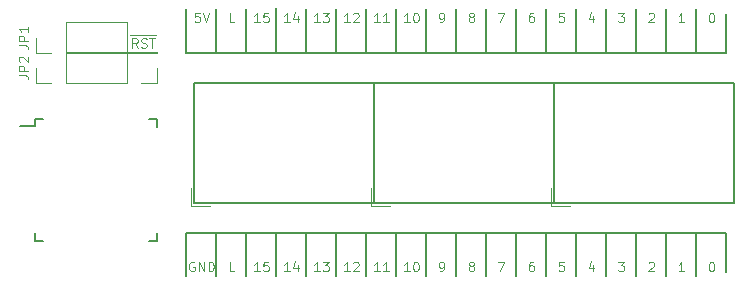
<source format=gbr>
G04 #@! TF.GenerationSoftware,KiCad,Pcbnew,(5.0.0)*
G04 #@! TF.CreationDate,2019-08-21T13:25:49-04:00*
G04 #@! TF.ProjectId,7segment,377365676D656E742E6B696361645F70,B*
G04 #@! TF.SameCoordinates,Original*
G04 #@! TF.FileFunction,Legend,Top*
G04 #@! TF.FilePolarity,Positive*
%FSLAX46Y46*%
G04 Gerber Fmt 4.6, Leading zero omitted, Abs format (unit mm)*
G04 Created by KiCad (PCBNEW (5.0.0)) date 08/21/19 13:25:49*
%MOMM*%
%LPD*%
G01*
G04 APERTURE LIST*
%ADD10C,0.200000*%
%ADD11C,0.100000*%
%ADD12C,0.120000*%
%ADD13C,0.150000*%
G04 APERTURE END LIST*
D10*
X57785000Y-58293000D02*
X57785000Y-54610000D01*
X60325000Y-58293000D02*
X60325000Y-54610000D01*
X62865000Y-58293000D02*
X62865000Y-54610000D01*
X65405000Y-58293000D02*
X65405000Y-54610000D01*
X67945000Y-58293000D02*
X67945000Y-54610000D01*
X70485000Y-58293000D02*
X70485000Y-54610000D01*
X73025000Y-58293000D02*
X73025000Y-54610000D01*
X75565000Y-58293000D02*
X75565000Y-54610000D01*
X78105000Y-58293000D02*
X78105000Y-54610000D01*
X80645000Y-58293000D02*
X80645000Y-54610000D01*
X83185000Y-58293000D02*
X83185000Y-54610000D01*
X85725000Y-58293000D02*
X85725000Y-54610000D01*
X88265000Y-58293000D02*
X88265000Y-54610000D01*
X90805000Y-58293000D02*
X90805000Y-54610000D01*
X93345000Y-58293000D02*
X93345000Y-54610000D01*
X95885000Y-58293000D02*
X95885000Y-54610000D01*
X98425000Y-58293000D02*
X98425000Y-54610000D01*
X100965000Y-54610000D02*
X100965000Y-57912000D01*
X55245000Y-54610000D02*
X100965000Y-54610000D01*
X55245000Y-58293000D02*
X55245000Y-54610000D01*
X57785000Y-39370000D02*
X57785000Y-35687000D01*
X60325000Y-39370000D02*
X60325000Y-35687000D01*
X62865000Y-39370000D02*
X62865000Y-35560000D01*
X65405000Y-39370000D02*
X65405000Y-35687000D01*
X67945000Y-39370000D02*
X67945000Y-35687000D01*
X70485000Y-39370000D02*
X70485000Y-35687000D01*
X73025000Y-39370000D02*
X73025000Y-35687000D01*
X75565000Y-39370000D02*
X75565000Y-35687000D01*
X78105000Y-39370000D02*
X78105000Y-35687000D01*
X80645000Y-39370000D02*
X80645000Y-35687000D01*
X83185000Y-39370000D02*
X83185000Y-35687000D01*
X85725000Y-39370000D02*
X85725000Y-35687000D01*
X88265000Y-39370000D02*
X88265000Y-35687000D01*
X90805000Y-39370000D02*
X90805000Y-35687000D01*
X93345000Y-39370000D02*
X93345000Y-35687000D01*
X95885000Y-39370000D02*
X95885000Y-35687000D01*
X98425000Y-39370000D02*
X98425000Y-35687000D01*
X100965000Y-39370000D02*
X100965000Y-36068000D01*
X55245000Y-39370000D02*
X100965000Y-39370000D01*
X55245000Y-35687000D02*
X55245000Y-39370000D01*
D11*
X59302619Y-36810904D02*
X58921666Y-36810904D01*
X58921666Y-36010904D01*
X59302619Y-57892904D02*
X58921666Y-57892904D01*
X58921666Y-57092904D01*
X74142619Y-36810904D02*
X73685476Y-36810904D01*
X73914047Y-36810904D02*
X73914047Y-36010904D01*
X73837857Y-36125190D01*
X73761666Y-36201380D01*
X73685476Y-36239476D01*
X74637857Y-36010904D02*
X74714047Y-36010904D01*
X74790238Y-36049000D01*
X74828333Y-36087095D01*
X74866428Y-36163285D01*
X74904523Y-36315666D01*
X74904523Y-36506142D01*
X74866428Y-36658523D01*
X74828333Y-36734714D01*
X74790238Y-36772809D01*
X74714047Y-36810904D01*
X74637857Y-36810904D01*
X74561666Y-36772809D01*
X74523571Y-36734714D01*
X74485476Y-36658523D01*
X74447380Y-36506142D01*
X74447380Y-36315666D01*
X74485476Y-36163285D01*
X74523571Y-36087095D01*
X74561666Y-36049000D01*
X74637857Y-36010904D01*
X76682619Y-36810904D02*
X76835000Y-36810904D01*
X76911190Y-36772809D01*
X76949285Y-36734714D01*
X77025476Y-36620428D01*
X77063571Y-36468047D01*
X77063571Y-36163285D01*
X77025476Y-36087095D01*
X76987380Y-36049000D01*
X76911190Y-36010904D01*
X76758809Y-36010904D01*
X76682619Y-36049000D01*
X76644523Y-36087095D01*
X76606428Y-36163285D01*
X76606428Y-36353761D01*
X76644523Y-36429952D01*
X76682619Y-36468047D01*
X76758809Y-36506142D01*
X76911190Y-36506142D01*
X76987380Y-36468047D01*
X77025476Y-36429952D01*
X77063571Y-36353761D01*
X63982619Y-36810904D02*
X63525476Y-36810904D01*
X63754047Y-36810904D02*
X63754047Y-36010904D01*
X63677857Y-36125190D01*
X63601666Y-36201380D01*
X63525476Y-36239476D01*
X64668333Y-36277571D02*
X64668333Y-36810904D01*
X64477857Y-35972809D02*
X64287380Y-36544238D01*
X64782619Y-36544238D01*
X71602619Y-36810904D02*
X71145476Y-36810904D01*
X71374047Y-36810904D02*
X71374047Y-36010904D01*
X71297857Y-36125190D01*
X71221666Y-36201380D01*
X71145476Y-36239476D01*
X72364523Y-36810904D02*
X71907380Y-36810904D01*
X72135952Y-36810904D02*
X72135952Y-36010904D01*
X72059761Y-36125190D01*
X71983571Y-36201380D01*
X71907380Y-36239476D01*
X61442619Y-36810904D02*
X60985476Y-36810904D01*
X61214047Y-36810904D02*
X61214047Y-36010904D01*
X61137857Y-36125190D01*
X61061666Y-36201380D01*
X60985476Y-36239476D01*
X62166428Y-36010904D02*
X61785476Y-36010904D01*
X61747380Y-36391857D01*
X61785476Y-36353761D01*
X61861666Y-36315666D01*
X62052142Y-36315666D01*
X62128333Y-36353761D01*
X62166428Y-36391857D01*
X62204523Y-36468047D01*
X62204523Y-36658523D01*
X62166428Y-36734714D01*
X62128333Y-36772809D01*
X62052142Y-36810904D01*
X61861666Y-36810904D01*
X61785476Y-36772809D01*
X61747380Y-36734714D01*
X79298809Y-36353761D02*
X79222619Y-36315666D01*
X79184523Y-36277571D01*
X79146428Y-36201380D01*
X79146428Y-36163285D01*
X79184523Y-36087095D01*
X79222619Y-36049000D01*
X79298809Y-36010904D01*
X79451190Y-36010904D01*
X79527380Y-36049000D01*
X79565476Y-36087095D01*
X79603571Y-36163285D01*
X79603571Y-36201380D01*
X79565476Y-36277571D01*
X79527380Y-36315666D01*
X79451190Y-36353761D01*
X79298809Y-36353761D01*
X79222619Y-36391857D01*
X79184523Y-36429952D01*
X79146428Y-36506142D01*
X79146428Y-36658523D01*
X79184523Y-36734714D01*
X79222619Y-36772809D01*
X79298809Y-36810904D01*
X79451190Y-36810904D01*
X79527380Y-36772809D01*
X79565476Y-36734714D01*
X79603571Y-36658523D01*
X79603571Y-36506142D01*
X79565476Y-36429952D01*
X79527380Y-36391857D01*
X79451190Y-36353761D01*
X66522619Y-36810904D02*
X66065476Y-36810904D01*
X66294047Y-36810904D02*
X66294047Y-36010904D01*
X66217857Y-36125190D01*
X66141666Y-36201380D01*
X66065476Y-36239476D01*
X66789285Y-36010904D02*
X67284523Y-36010904D01*
X67017857Y-36315666D01*
X67132142Y-36315666D01*
X67208333Y-36353761D01*
X67246428Y-36391857D01*
X67284523Y-36468047D01*
X67284523Y-36658523D01*
X67246428Y-36734714D01*
X67208333Y-36772809D01*
X67132142Y-36810904D01*
X66903571Y-36810904D01*
X66827380Y-36772809D01*
X66789285Y-36734714D01*
X69062619Y-36810904D02*
X68605476Y-36810904D01*
X68834047Y-36810904D02*
X68834047Y-36010904D01*
X68757857Y-36125190D01*
X68681666Y-36201380D01*
X68605476Y-36239476D01*
X69367380Y-36087095D02*
X69405476Y-36049000D01*
X69481666Y-36010904D01*
X69672142Y-36010904D01*
X69748333Y-36049000D01*
X69786428Y-36087095D01*
X69824523Y-36163285D01*
X69824523Y-36239476D01*
X69786428Y-36353761D01*
X69329285Y-36810904D01*
X69824523Y-36810904D01*
X84607380Y-36010904D02*
X84455000Y-36010904D01*
X84378809Y-36049000D01*
X84340714Y-36087095D01*
X84264523Y-36201380D01*
X84226428Y-36353761D01*
X84226428Y-36658523D01*
X84264523Y-36734714D01*
X84302619Y-36772809D01*
X84378809Y-36810904D01*
X84531190Y-36810904D01*
X84607380Y-36772809D01*
X84645476Y-36734714D01*
X84683571Y-36658523D01*
X84683571Y-36468047D01*
X84645476Y-36391857D01*
X84607380Y-36353761D01*
X84531190Y-36315666D01*
X84378809Y-36315666D01*
X84302619Y-36353761D01*
X84264523Y-36391857D01*
X84226428Y-36468047D01*
X94386428Y-36087095D02*
X94424523Y-36049000D01*
X94500714Y-36010904D01*
X94691190Y-36010904D01*
X94767380Y-36049000D01*
X94805476Y-36087095D01*
X94843571Y-36163285D01*
X94843571Y-36239476D01*
X94805476Y-36353761D01*
X94348333Y-36810904D01*
X94843571Y-36810904D01*
X99656904Y-36010904D02*
X99733095Y-36010904D01*
X99809285Y-36049000D01*
X99847380Y-36087095D01*
X99885476Y-36163285D01*
X99923571Y-36315666D01*
X99923571Y-36506142D01*
X99885476Y-36658523D01*
X99847380Y-36734714D01*
X99809285Y-36772809D01*
X99733095Y-36810904D01*
X99656904Y-36810904D01*
X99580714Y-36772809D01*
X99542619Y-36734714D01*
X99504523Y-36658523D01*
X99466428Y-36506142D01*
X99466428Y-36315666D01*
X99504523Y-36163285D01*
X99542619Y-36087095D01*
X99580714Y-36049000D01*
X99656904Y-36010904D01*
X87185476Y-36010904D02*
X86804523Y-36010904D01*
X86766428Y-36391857D01*
X86804523Y-36353761D01*
X86880714Y-36315666D01*
X87071190Y-36315666D01*
X87147380Y-36353761D01*
X87185476Y-36391857D01*
X87223571Y-36468047D01*
X87223571Y-36658523D01*
X87185476Y-36734714D01*
X87147380Y-36772809D01*
X87071190Y-36810904D01*
X86880714Y-36810904D01*
X86804523Y-36772809D01*
X86766428Y-36734714D01*
X81648333Y-36010904D02*
X82181666Y-36010904D01*
X81838809Y-36810904D01*
X97383571Y-36810904D02*
X96926428Y-36810904D01*
X97155000Y-36810904D02*
X97155000Y-36010904D01*
X97078809Y-36125190D01*
X97002619Y-36201380D01*
X96926428Y-36239476D01*
X91808333Y-36010904D02*
X92303571Y-36010904D01*
X92036904Y-36315666D01*
X92151190Y-36315666D01*
X92227380Y-36353761D01*
X92265476Y-36391857D01*
X92303571Y-36468047D01*
X92303571Y-36658523D01*
X92265476Y-36734714D01*
X92227380Y-36772809D01*
X92151190Y-36810904D01*
X91922619Y-36810904D01*
X91846428Y-36772809D01*
X91808333Y-36734714D01*
X89687380Y-36277571D02*
X89687380Y-36810904D01*
X89496904Y-35972809D02*
X89306428Y-36544238D01*
X89801666Y-36544238D01*
X61442619Y-57892904D02*
X60985476Y-57892904D01*
X61214047Y-57892904D02*
X61214047Y-57092904D01*
X61137857Y-57207190D01*
X61061666Y-57283380D01*
X60985476Y-57321476D01*
X62166428Y-57092904D02*
X61785476Y-57092904D01*
X61747380Y-57473857D01*
X61785476Y-57435761D01*
X61861666Y-57397666D01*
X62052142Y-57397666D01*
X62128333Y-57435761D01*
X62166428Y-57473857D01*
X62204523Y-57550047D01*
X62204523Y-57740523D01*
X62166428Y-57816714D01*
X62128333Y-57854809D01*
X62052142Y-57892904D01*
X61861666Y-57892904D01*
X61785476Y-57854809D01*
X61747380Y-57816714D01*
X63982619Y-57892904D02*
X63525476Y-57892904D01*
X63754047Y-57892904D02*
X63754047Y-57092904D01*
X63677857Y-57207190D01*
X63601666Y-57283380D01*
X63525476Y-57321476D01*
X64668333Y-57359571D02*
X64668333Y-57892904D01*
X64477857Y-57054809D02*
X64287380Y-57626238D01*
X64782619Y-57626238D01*
X66522619Y-57892904D02*
X66065476Y-57892904D01*
X66294047Y-57892904D02*
X66294047Y-57092904D01*
X66217857Y-57207190D01*
X66141666Y-57283380D01*
X66065476Y-57321476D01*
X66789285Y-57092904D02*
X67284523Y-57092904D01*
X67017857Y-57397666D01*
X67132142Y-57397666D01*
X67208333Y-57435761D01*
X67246428Y-57473857D01*
X67284523Y-57550047D01*
X67284523Y-57740523D01*
X67246428Y-57816714D01*
X67208333Y-57854809D01*
X67132142Y-57892904D01*
X66903571Y-57892904D01*
X66827380Y-57854809D01*
X66789285Y-57816714D01*
X69062619Y-57892904D02*
X68605476Y-57892904D01*
X68834047Y-57892904D02*
X68834047Y-57092904D01*
X68757857Y-57207190D01*
X68681666Y-57283380D01*
X68605476Y-57321476D01*
X69367380Y-57169095D02*
X69405476Y-57131000D01*
X69481666Y-57092904D01*
X69672142Y-57092904D01*
X69748333Y-57131000D01*
X69786428Y-57169095D01*
X69824523Y-57245285D01*
X69824523Y-57321476D01*
X69786428Y-57435761D01*
X69329285Y-57892904D01*
X69824523Y-57892904D01*
X71602619Y-57892904D02*
X71145476Y-57892904D01*
X71374047Y-57892904D02*
X71374047Y-57092904D01*
X71297857Y-57207190D01*
X71221666Y-57283380D01*
X71145476Y-57321476D01*
X72364523Y-57892904D02*
X71907380Y-57892904D01*
X72135952Y-57892904D02*
X72135952Y-57092904D01*
X72059761Y-57207190D01*
X71983571Y-57283380D01*
X71907380Y-57321476D01*
X74142619Y-57892904D02*
X73685476Y-57892904D01*
X73914047Y-57892904D02*
X73914047Y-57092904D01*
X73837857Y-57207190D01*
X73761666Y-57283380D01*
X73685476Y-57321476D01*
X74637857Y-57092904D02*
X74714047Y-57092904D01*
X74790238Y-57131000D01*
X74828333Y-57169095D01*
X74866428Y-57245285D01*
X74904523Y-57397666D01*
X74904523Y-57588142D01*
X74866428Y-57740523D01*
X74828333Y-57816714D01*
X74790238Y-57854809D01*
X74714047Y-57892904D01*
X74637857Y-57892904D01*
X74561666Y-57854809D01*
X74523571Y-57816714D01*
X74485476Y-57740523D01*
X74447380Y-57588142D01*
X74447380Y-57397666D01*
X74485476Y-57245285D01*
X74523571Y-57169095D01*
X74561666Y-57131000D01*
X74637857Y-57092904D01*
X76682619Y-57892904D02*
X76835000Y-57892904D01*
X76911190Y-57854809D01*
X76949285Y-57816714D01*
X77025476Y-57702428D01*
X77063571Y-57550047D01*
X77063571Y-57245285D01*
X77025476Y-57169095D01*
X76987380Y-57131000D01*
X76911190Y-57092904D01*
X76758809Y-57092904D01*
X76682619Y-57131000D01*
X76644523Y-57169095D01*
X76606428Y-57245285D01*
X76606428Y-57435761D01*
X76644523Y-57511952D01*
X76682619Y-57550047D01*
X76758809Y-57588142D01*
X76911190Y-57588142D01*
X76987380Y-57550047D01*
X77025476Y-57511952D01*
X77063571Y-57435761D01*
X79298809Y-57435761D02*
X79222619Y-57397666D01*
X79184523Y-57359571D01*
X79146428Y-57283380D01*
X79146428Y-57245285D01*
X79184523Y-57169095D01*
X79222619Y-57131000D01*
X79298809Y-57092904D01*
X79451190Y-57092904D01*
X79527380Y-57131000D01*
X79565476Y-57169095D01*
X79603571Y-57245285D01*
X79603571Y-57283380D01*
X79565476Y-57359571D01*
X79527380Y-57397666D01*
X79451190Y-57435761D01*
X79298809Y-57435761D01*
X79222619Y-57473857D01*
X79184523Y-57511952D01*
X79146428Y-57588142D01*
X79146428Y-57740523D01*
X79184523Y-57816714D01*
X79222619Y-57854809D01*
X79298809Y-57892904D01*
X79451190Y-57892904D01*
X79527380Y-57854809D01*
X79565476Y-57816714D01*
X79603571Y-57740523D01*
X79603571Y-57588142D01*
X79565476Y-57511952D01*
X79527380Y-57473857D01*
X79451190Y-57435761D01*
D12*
X50476285Y-37876000D02*
X51276285Y-37876000D01*
X51123904Y-38969904D02*
X50857238Y-38588952D01*
X50666761Y-38969904D02*
X50666761Y-38169904D01*
X50971523Y-38169904D01*
X51047714Y-38208000D01*
X51085809Y-38246095D01*
X51123904Y-38322285D01*
X51123904Y-38436571D01*
X51085809Y-38512761D01*
X51047714Y-38550857D01*
X50971523Y-38588952D01*
X50666761Y-38588952D01*
X51276285Y-37876000D02*
X52038190Y-37876000D01*
X51428666Y-38931809D02*
X51542952Y-38969904D01*
X51733428Y-38969904D01*
X51809619Y-38931809D01*
X51847714Y-38893714D01*
X51885809Y-38817523D01*
X51885809Y-38741333D01*
X51847714Y-38665142D01*
X51809619Y-38627047D01*
X51733428Y-38588952D01*
X51581047Y-38550857D01*
X51504857Y-38512761D01*
X51466761Y-38474666D01*
X51428666Y-38398476D01*
X51428666Y-38322285D01*
X51466761Y-38246095D01*
X51504857Y-38208000D01*
X51581047Y-38169904D01*
X51771523Y-38169904D01*
X51885809Y-38208000D01*
X52038190Y-37876000D02*
X52647714Y-37876000D01*
X52114380Y-38169904D02*
X52571523Y-38169904D01*
X52342952Y-38969904D02*
X52342952Y-38169904D01*
D11*
X55905476Y-57131000D02*
X55829285Y-57092904D01*
X55715000Y-57092904D01*
X55600714Y-57131000D01*
X55524523Y-57207190D01*
X55486428Y-57283380D01*
X55448333Y-57435761D01*
X55448333Y-57550047D01*
X55486428Y-57702428D01*
X55524523Y-57778619D01*
X55600714Y-57854809D01*
X55715000Y-57892904D01*
X55791190Y-57892904D01*
X55905476Y-57854809D01*
X55943571Y-57816714D01*
X55943571Y-57550047D01*
X55791190Y-57550047D01*
X56286428Y-57892904D02*
X56286428Y-57092904D01*
X56743571Y-57892904D01*
X56743571Y-57092904D01*
X57124523Y-57892904D02*
X57124523Y-57092904D01*
X57315000Y-57092904D01*
X57429285Y-57131000D01*
X57505476Y-57207190D01*
X57543571Y-57283380D01*
X57581666Y-57435761D01*
X57581666Y-57550047D01*
X57543571Y-57702428D01*
X57505476Y-57778619D01*
X57429285Y-57854809D01*
X57315000Y-57892904D01*
X57124523Y-57892904D01*
X89687380Y-57359571D02*
X89687380Y-57892904D01*
X89496904Y-57054809D02*
X89306428Y-57626238D01*
X89801666Y-57626238D01*
X97383571Y-57892904D02*
X96926428Y-57892904D01*
X97155000Y-57892904D02*
X97155000Y-57092904D01*
X97078809Y-57207190D01*
X97002619Y-57283380D01*
X96926428Y-57321476D01*
X91808333Y-57092904D02*
X92303571Y-57092904D01*
X92036904Y-57397666D01*
X92151190Y-57397666D01*
X92227380Y-57435761D01*
X92265476Y-57473857D01*
X92303571Y-57550047D01*
X92303571Y-57740523D01*
X92265476Y-57816714D01*
X92227380Y-57854809D01*
X92151190Y-57892904D01*
X91922619Y-57892904D01*
X91846428Y-57854809D01*
X91808333Y-57816714D01*
X99656904Y-57092904D02*
X99733095Y-57092904D01*
X99809285Y-57131000D01*
X99847380Y-57169095D01*
X99885476Y-57245285D01*
X99923571Y-57397666D01*
X99923571Y-57588142D01*
X99885476Y-57740523D01*
X99847380Y-57816714D01*
X99809285Y-57854809D01*
X99733095Y-57892904D01*
X99656904Y-57892904D01*
X99580714Y-57854809D01*
X99542619Y-57816714D01*
X99504523Y-57740523D01*
X99466428Y-57588142D01*
X99466428Y-57397666D01*
X99504523Y-57245285D01*
X99542619Y-57169095D01*
X99580714Y-57131000D01*
X99656904Y-57092904D01*
X81648333Y-57092904D02*
X82181666Y-57092904D01*
X81838809Y-57892904D01*
X94386428Y-57169095D02*
X94424523Y-57131000D01*
X94500714Y-57092904D01*
X94691190Y-57092904D01*
X94767380Y-57131000D01*
X94805476Y-57169095D01*
X94843571Y-57245285D01*
X94843571Y-57321476D01*
X94805476Y-57435761D01*
X94348333Y-57892904D01*
X94843571Y-57892904D01*
X84607380Y-57092904D02*
X84455000Y-57092904D01*
X84378809Y-57131000D01*
X84340714Y-57169095D01*
X84264523Y-57283380D01*
X84226428Y-57435761D01*
X84226428Y-57740523D01*
X84264523Y-57816714D01*
X84302619Y-57854809D01*
X84378809Y-57892904D01*
X84531190Y-57892904D01*
X84607380Y-57854809D01*
X84645476Y-57816714D01*
X84683571Y-57740523D01*
X84683571Y-57550047D01*
X84645476Y-57473857D01*
X84607380Y-57435761D01*
X84531190Y-57397666D01*
X84378809Y-57397666D01*
X84302619Y-57435761D01*
X84264523Y-57473857D01*
X84226428Y-57550047D01*
X87185476Y-57092904D02*
X86804523Y-57092904D01*
X86766428Y-57473857D01*
X86804523Y-57435761D01*
X86880714Y-57397666D01*
X87071190Y-57397666D01*
X87147380Y-57435761D01*
X87185476Y-57473857D01*
X87223571Y-57550047D01*
X87223571Y-57740523D01*
X87185476Y-57816714D01*
X87147380Y-57854809D01*
X87071190Y-57892904D01*
X86880714Y-57892904D01*
X86804523Y-57854809D01*
X86766428Y-57816714D01*
X56362619Y-36010904D02*
X55981666Y-36010904D01*
X55943571Y-36391857D01*
X55981666Y-36353761D01*
X56057857Y-36315666D01*
X56248333Y-36315666D01*
X56324523Y-36353761D01*
X56362619Y-36391857D01*
X56400714Y-36468047D01*
X56400714Y-36658523D01*
X56362619Y-36734714D01*
X56324523Y-36772809D01*
X56248333Y-36810904D01*
X56057857Y-36810904D01*
X55981666Y-36772809D01*
X55943571Y-36734714D01*
X56629285Y-36010904D02*
X56895952Y-36810904D01*
X57162619Y-36010904D01*
D12*
G04 #@! TO.C,JP2*
X50225000Y-41970000D02*
X50225000Y-39310000D01*
X45085000Y-41970000D02*
X50225000Y-41970000D01*
X45085000Y-39310000D02*
X50225000Y-39310000D01*
X45085000Y-41970000D02*
X45085000Y-39310000D01*
X43815000Y-41970000D02*
X42485000Y-41970000D01*
X42485000Y-41970000D02*
X42485000Y-40640000D01*
G04 #@! TO.C,JP1*
X50225000Y-39430000D02*
X50225000Y-36770000D01*
X45085000Y-39430000D02*
X50225000Y-39430000D01*
X45085000Y-36770000D02*
X50225000Y-36770000D01*
X45085000Y-39430000D02*
X45085000Y-36770000D01*
X43815000Y-39430000D02*
X42485000Y-39430000D01*
X42485000Y-39430000D02*
X42485000Y-38100000D01*
D13*
G04 #@! TO.C,U4*
X101600000Y-41910000D02*
X86360000Y-41910000D01*
X101600000Y-52070000D02*
X101600000Y-41910000D01*
X86360000Y-52070000D02*
X101600000Y-52070000D01*
X86360000Y-41910000D02*
X86360000Y-52070000D01*
D12*
X87736000Y-52324000D02*
X86106000Y-52324000D01*
X86106000Y-52324000D02*
X86106000Y-50800000D01*
D13*
G04 #@! TO.C,U3*
X86360000Y-41910000D02*
X71120000Y-41910000D01*
X86360000Y-52070000D02*
X86360000Y-41910000D01*
X71120000Y-52070000D02*
X86360000Y-52070000D01*
X71120000Y-41910000D02*
X71120000Y-52070000D01*
D12*
X72496000Y-52324000D02*
X70866000Y-52324000D01*
X70866000Y-52324000D02*
X70866000Y-50800000D01*
D13*
G04 #@! TO.C,U2*
X42450000Y-44990000D02*
X42450000Y-45565000D01*
X52800000Y-44990000D02*
X52800000Y-45665000D01*
X52800000Y-55340000D02*
X52800000Y-54665000D01*
X42450000Y-55340000D02*
X42450000Y-54665000D01*
X42450000Y-44990000D02*
X43125000Y-44990000D01*
X42450000Y-55340000D02*
X43125000Y-55340000D01*
X52800000Y-55340000D02*
X52125000Y-55340000D01*
X52800000Y-44990000D02*
X52125000Y-44990000D01*
X42450000Y-45565000D02*
X41175000Y-45565000D01*
D12*
G04 #@! TO.C,J1*
X52765000Y-39310000D02*
X50105000Y-39310000D01*
X52765000Y-39370000D02*
X52765000Y-39310000D01*
X50105000Y-39370000D02*
X50105000Y-39310000D01*
X52765000Y-39370000D02*
X50105000Y-39370000D01*
X52765000Y-40640000D02*
X52765000Y-41970000D01*
X52765000Y-41970000D02*
X51435000Y-41970000D01*
G04 #@! TO.C,U1*
X55626000Y-52324000D02*
X55626000Y-50800000D01*
X57256000Y-52324000D02*
X55626000Y-52324000D01*
D13*
X55880000Y-41910000D02*
X55880000Y-52070000D01*
X55880000Y-52070000D02*
X71120000Y-52070000D01*
X71120000Y-52070000D02*
X71120000Y-41910000D01*
X71120000Y-41910000D02*
X55880000Y-41910000D01*
G04 #@! TO.C,JP2*
D12*
X41046904Y-41306666D02*
X41618333Y-41306666D01*
X41732619Y-41344761D01*
X41808809Y-41420952D01*
X41846904Y-41535238D01*
X41846904Y-41611428D01*
X41846904Y-40925714D02*
X41046904Y-40925714D01*
X41046904Y-40620952D01*
X41085000Y-40544761D01*
X41123095Y-40506666D01*
X41199285Y-40468571D01*
X41313571Y-40468571D01*
X41389761Y-40506666D01*
X41427857Y-40544761D01*
X41465952Y-40620952D01*
X41465952Y-40925714D01*
X41123095Y-40163809D02*
X41085000Y-40125714D01*
X41046904Y-40049523D01*
X41046904Y-39859047D01*
X41085000Y-39782857D01*
X41123095Y-39744761D01*
X41199285Y-39706666D01*
X41275476Y-39706666D01*
X41389761Y-39744761D01*
X41846904Y-40201904D01*
X41846904Y-39706666D01*
G04 #@! TO.C,JP1*
X41046904Y-38766666D02*
X41618333Y-38766666D01*
X41732619Y-38804761D01*
X41808809Y-38880952D01*
X41846904Y-38995238D01*
X41846904Y-39071428D01*
X41846904Y-38385714D02*
X41046904Y-38385714D01*
X41046904Y-38080952D01*
X41085000Y-38004761D01*
X41123095Y-37966666D01*
X41199285Y-37928571D01*
X41313571Y-37928571D01*
X41389761Y-37966666D01*
X41427857Y-38004761D01*
X41465952Y-38080952D01*
X41465952Y-38385714D01*
X41846904Y-37166666D02*
X41846904Y-37623809D01*
X41846904Y-37395238D02*
X41046904Y-37395238D01*
X41161190Y-37471428D01*
X41237380Y-37547619D01*
X41275476Y-37623809D01*
G04 #@! TD*
M02*

</source>
